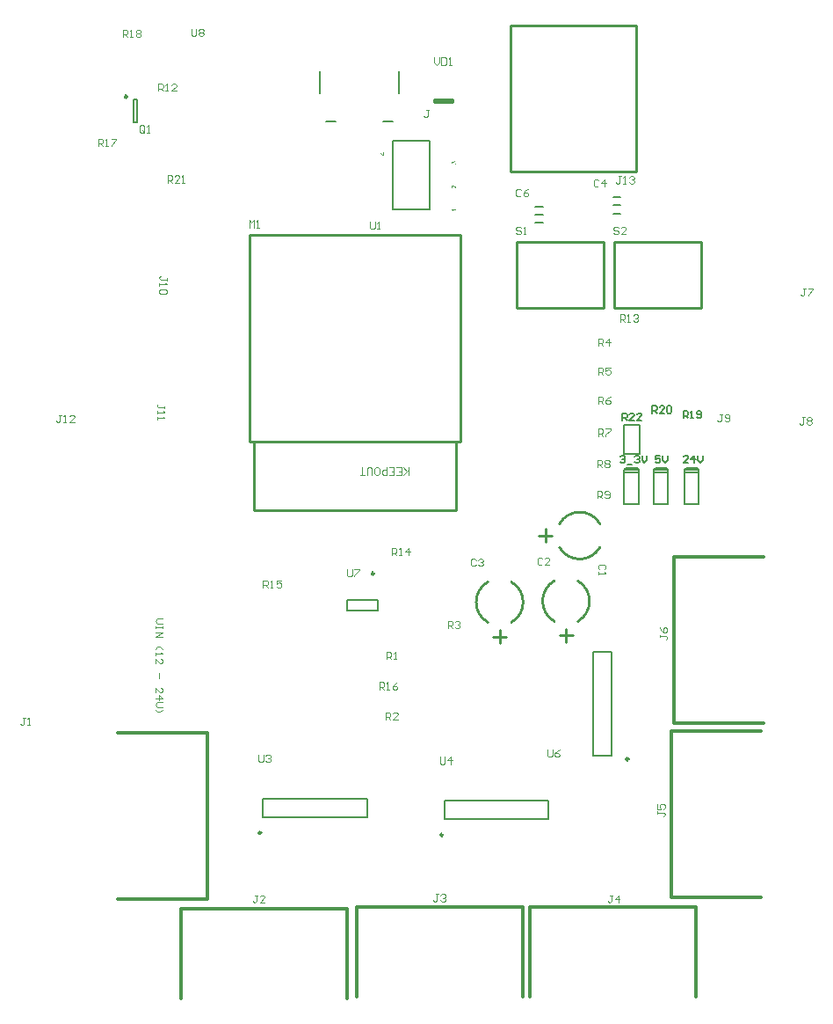
<source format=gto>
G04 Layer_Color=15132400*
%FSLAX24Y24*%
%MOIN*%
G70*
G01*
G75*
%ADD29C,0.0098*%
%ADD32C,0.0100*%
%ADD59C,0.0079*%
%ADD60C,0.0118*%
%ADD61C,0.0080*%
%ADD62C,0.0050*%
%ADD63C,0.0039*%
%ADD64C,0.0059*%
%ADD65C,0.0063*%
G36*
X25313Y43950D02*
X25315Y43950D01*
X25318Y43950D01*
X25320Y43949D01*
X25323Y43949D01*
X25329Y43947D01*
X25332Y43945D01*
X25335Y43944D01*
X25339Y43942D01*
X25342Y43939D01*
X25345Y43937D01*
X25348Y43934D01*
X25349Y43933D01*
X25349Y43933D01*
X25350Y43932D01*
X25351Y43931D01*
X25352Y43929D01*
X25354Y43927D01*
X25355Y43925D01*
X25356Y43922D01*
X25358Y43919D01*
X25359Y43916D01*
X25361Y43912D01*
X25362Y43909D01*
X25363Y43905D01*
X25364Y43900D01*
X25364Y43896D01*
X25364Y43891D01*
Y43891D01*
Y43890D01*
Y43889D01*
X25364Y43887D01*
X25364Y43885D01*
X25364Y43883D01*
X25363Y43880D01*
X25363Y43878D01*
X25361Y43871D01*
X25359Y43865D01*
X25357Y43862D01*
X25355Y43859D01*
X25353Y43856D01*
X25351Y43853D01*
X25350Y43852D01*
X25350Y43852D01*
X25349Y43851D01*
X25348Y43850D01*
X25347Y43849D01*
X25345Y43848D01*
X25343Y43846D01*
X25341Y43845D01*
X25338Y43843D01*
X25336Y43842D01*
X25330Y43839D01*
X25323Y43836D01*
X25319Y43836D01*
X25315Y43835D01*
X25312Y43857D01*
X25312D01*
X25313Y43857D01*
X25314Y43857D01*
X25315Y43858D01*
X25317Y43858D01*
X25318Y43858D01*
X25322Y43860D01*
X25327Y43861D01*
X25331Y43864D01*
X25335Y43866D01*
X25339Y43869D01*
X25339Y43870D01*
X25340Y43871D01*
X25341Y43873D01*
X25343Y43875D01*
X25344Y43879D01*
X25345Y43882D01*
X25346Y43887D01*
X25347Y43891D01*
Y43892D01*
Y43892D01*
Y43893D01*
X25346Y43894D01*
X25346Y43897D01*
X25345Y43900D01*
X25344Y43904D01*
X25342Y43909D01*
X25340Y43913D01*
X25336Y43917D01*
X25336Y43918D01*
X25334Y43919D01*
X25332Y43920D01*
X25329Y43922D01*
X25325Y43924D01*
X25321Y43926D01*
X25316Y43927D01*
X25310Y43928D01*
X25308D01*
X25307Y43928D01*
X25305Y43927D01*
X25301Y43926D01*
X25297Y43925D01*
X25293Y43924D01*
X25289Y43921D01*
X25285Y43918D01*
X25285Y43917D01*
X25284Y43916D01*
X25282Y43914D01*
X25280Y43911D01*
X25279Y43908D01*
X25277Y43903D01*
X25276Y43898D01*
X25275Y43893D01*
Y43893D01*
Y43892D01*
Y43891D01*
X25276Y43889D01*
X25276Y43887D01*
X25277Y43884D01*
X25277Y43881D01*
X25278Y43878D01*
X25259Y43880D01*
Y43881D01*
Y43882D01*
X25259Y43883D01*
Y43884D01*
Y43884D01*
Y43884D01*
Y43885D01*
Y43886D01*
X25258Y43889D01*
X25258Y43892D01*
X25257Y43896D01*
X25256Y43900D01*
X25254Y43904D01*
X25252Y43909D01*
Y43909D01*
X25252Y43909D01*
X25250Y43910D01*
X25249Y43912D01*
X25246Y43914D01*
X25243Y43916D01*
X25239Y43918D01*
X25235Y43919D01*
X25232Y43920D01*
X25228D01*
X25226Y43919D01*
X25223Y43919D01*
X25220Y43918D01*
X25216Y43917D01*
X25213Y43914D01*
X25210Y43912D01*
X25210Y43911D01*
X25209Y43910D01*
X25207Y43908D01*
X25206Y43906D01*
X25205Y43903D01*
X25203Y43899D01*
X25202Y43895D01*
X25202Y43891D01*
Y43891D01*
Y43890D01*
Y43889D01*
X25203Y43886D01*
X25203Y43883D01*
X25204Y43880D01*
X25205Y43877D01*
X25207Y43873D01*
X25210Y43870D01*
X25210Y43870D01*
X25211Y43869D01*
X25213Y43867D01*
X25216Y43865D01*
X25219Y43864D01*
X25223Y43862D01*
X25228Y43860D01*
X25234Y43859D01*
X25230Y43837D01*
X25230D01*
X25229Y43838D01*
X25228Y43838D01*
X25226Y43838D01*
X25224Y43839D01*
X25222Y43840D01*
X25218Y43841D01*
X25212Y43844D01*
X25206Y43847D01*
X25201Y43850D01*
X25196Y43855D01*
X25196Y43856D01*
X25196Y43856D01*
X25195Y43857D01*
X25194Y43858D01*
X25193Y43859D01*
X25192Y43861D01*
X25191Y43863D01*
X25190Y43865D01*
X25188Y43870D01*
X25186Y43876D01*
X25185Y43883D01*
X25184Y43886D01*
Y43890D01*
Y43891D01*
Y43891D01*
Y43892D01*
Y43893D01*
X25184Y43896D01*
X25185Y43899D01*
X25186Y43903D01*
X25187Y43908D01*
X25189Y43912D01*
X25191Y43917D01*
Y43917D01*
X25191Y43917D01*
X25192Y43919D01*
X25193Y43921D01*
X25195Y43924D01*
X25197Y43927D01*
X25200Y43930D01*
X25204Y43933D01*
X25207Y43935D01*
X25208Y43936D01*
X25209Y43936D01*
X25211Y43937D01*
X25214Y43939D01*
X25218Y43940D01*
X25221Y43941D01*
X25226Y43942D01*
X25230Y43942D01*
X25232D01*
X25234Y43942D01*
X25237Y43941D01*
X25240Y43941D01*
X25244Y43939D01*
X25247Y43938D01*
X25251Y43936D01*
X25252Y43935D01*
X25253Y43935D01*
X25254Y43933D01*
X25256Y43931D01*
X25259Y43929D01*
X25261Y43925D01*
X25264Y43922D01*
X25266Y43918D01*
Y43918D01*
X25266Y43918D01*
X25266Y43919D01*
X25267Y43920D01*
X25268Y43923D01*
X25269Y43926D01*
X25271Y43931D01*
X25274Y43935D01*
X25277Y43938D01*
X25281Y43942D01*
X25281Y43942D01*
X25283Y43943D01*
X25285Y43945D01*
X25289Y43946D01*
X25293Y43948D01*
X25298Y43949D01*
X25303Y43950D01*
X25309Y43951D01*
X25312D01*
X25313Y43950D01*
D02*
G37*
G36*
X22619Y44274D02*
X22661D01*
Y44252D01*
X22619D01*
Y44175D01*
X22599D01*
X22485Y44256D01*
Y44274D01*
X22599D01*
Y44298D01*
X22619D01*
Y44274D01*
D02*
G37*
G36*
X25365Y42917D02*
X25362D01*
X25360Y42918D01*
X25358Y42918D01*
X25355Y42918D01*
X25353Y42919D01*
X25350Y42920D01*
X25350D01*
X25350Y42920D01*
X25348Y42921D01*
X25346Y42922D01*
X25343Y42923D01*
X25339Y42925D01*
X25335Y42928D01*
X25331Y42931D01*
X25327Y42934D01*
X25326D01*
X25326Y42935D01*
X25325Y42936D01*
X25322Y42938D01*
X25319Y42942D01*
X25315Y42945D01*
X25311Y42950D01*
X25305Y42956D01*
X25300Y42962D01*
X25300Y42963D01*
X25299Y42964D01*
X25298Y42965D01*
X25296Y42967D01*
X25294Y42969D01*
X25292Y42972D01*
X25289Y42975D01*
X25287Y42978D01*
X25280Y42985D01*
X25274Y42991D01*
X25271Y42994D01*
X25268Y42997D01*
X25265Y42999D01*
X25263Y43001D01*
X25262D01*
X25262Y43002D01*
X25261Y43003D01*
X25260Y43003D01*
X25258Y43005D01*
X25254Y43007D01*
X25250Y43009D01*
X25246Y43010D01*
X25241Y43011D01*
X25236Y43012D01*
X25236D01*
X25234Y43012D01*
X25232Y43011D01*
X25229Y43011D01*
X25225Y43010D01*
X25222Y43008D01*
X25218Y43006D01*
X25215Y43003D01*
X25214Y43002D01*
X25213Y43001D01*
X25212Y42999D01*
X25210Y42996D01*
X25209Y42993D01*
X25207Y42988D01*
X25206Y42984D01*
X25206Y42978D01*
Y42978D01*
Y42978D01*
Y42977D01*
X25206Y42976D01*
X25206Y42973D01*
X25207Y42969D01*
X25208Y42965D01*
X25210Y42961D01*
X25212Y42957D01*
X25215Y42953D01*
X25216Y42953D01*
X25217Y42952D01*
X25219Y42950D01*
X25222Y42948D01*
X25226Y42947D01*
X25230Y42945D01*
X25235Y42944D01*
X25241Y42944D01*
X25239Y42921D01*
X25239D01*
X25238Y42922D01*
X25237D01*
X25235Y42922D01*
X25233Y42922D01*
X25230Y42923D01*
X25228Y42924D01*
X25225Y42924D01*
X25219Y42927D01*
X25213Y42930D01*
X25210Y42931D01*
X25207Y42934D01*
X25204Y42936D01*
X25201Y42939D01*
X25201Y42939D01*
X25201Y42939D01*
X25200Y42940D01*
X25199Y42941D01*
X25198Y42943D01*
X25197Y42945D01*
X25196Y42947D01*
X25195Y42949D01*
X25193Y42952D01*
X25192Y42955D01*
X25191Y42958D01*
X25190Y42962D01*
X25189Y42966D01*
X25188Y42970D01*
X25188Y42974D01*
X25188Y42979D01*
Y42979D01*
Y42980D01*
Y42981D01*
X25188Y42983D01*
X25188Y42985D01*
X25189Y42988D01*
X25189Y42991D01*
X25190Y42993D01*
X25191Y43000D01*
X25194Y43007D01*
X25196Y43010D01*
X25197Y43013D01*
X25200Y43016D01*
X25202Y43019D01*
X25202Y43019D01*
X25203Y43020D01*
X25204Y43020D01*
X25205Y43021D01*
X25206Y43023D01*
X25208Y43024D01*
X25210Y43025D01*
X25212Y43027D01*
X25217Y43029D01*
X25223Y43032D01*
X25226Y43033D01*
X25229Y43033D01*
X25233Y43034D01*
X25237Y43034D01*
X25239D01*
X25241Y43034D01*
X25243Y43034D01*
X25247Y43033D01*
X25250Y43032D01*
X25254Y43031D01*
X25258Y43030D01*
X25258Y43029D01*
X25260Y43029D01*
X25262Y43028D01*
X25264Y43026D01*
X25267Y43024D01*
X25271Y43022D01*
X25275Y43019D01*
X25279Y43015D01*
X25280Y43014D01*
X25281Y43013D01*
X25283Y43012D01*
X25284Y43011D01*
X25286Y43009D01*
X25288Y43007D01*
X25290Y43005D01*
X25292Y43003D01*
X25294Y43000D01*
X25297Y42997D01*
X25300Y42994D01*
X25303Y42990D01*
X25307Y42986D01*
X25310Y42982D01*
X25311Y42982D01*
X25311Y42981D01*
X25312Y42980D01*
X25313Y42979D01*
X25314Y42977D01*
X25316Y42975D01*
X25319Y42971D01*
X25323Y42967D01*
X25327Y42963D01*
X25330Y42959D01*
X25331Y42958D01*
X25333Y42957D01*
X25333Y42956D01*
X25334Y42956D01*
X25335Y42955D01*
X25336Y42953D01*
X25338Y42952D01*
X25340Y42950D01*
X25344Y42947D01*
Y43034D01*
X25365D01*
Y42917D01*
D02*
G37*
G36*
X25361Y42109D02*
X25223D01*
X25224Y42109D01*
X25225Y42108D01*
X25226Y42106D01*
X25228Y42104D01*
X25230Y42101D01*
X25233Y42097D01*
X25236Y42093D01*
X25239Y42089D01*
Y42088D01*
X25239Y42088D01*
X25240Y42087D01*
X25241Y42084D01*
X25243Y42081D01*
X25244Y42077D01*
X25246Y42074D01*
X25248Y42070D01*
X25249Y42066D01*
X25229D01*
Y42066D01*
X25228Y42067D01*
X25228Y42068D01*
X25227Y42069D01*
X25226Y42070D01*
X25225Y42072D01*
X25223Y42077D01*
X25220Y42082D01*
X25216Y42087D01*
X25212Y42092D01*
X25208Y42098D01*
X25208Y42098D01*
X25207Y42098D01*
X25207Y42099D01*
X25206Y42100D01*
X25203Y42102D01*
X25200Y42105D01*
X25197Y42108D01*
X25193Y42112D01*
X25189Y42114D01*
X25184Y42117D01*
Y42131D01*
X25361D01*
Y42109D01*
D02*
G37*
%LPC*%
G36*
X22599Y44252D02*
X22520D01*
X22599Y44196D01*
Y44252D01*
D02*
G37*
%LPD*%
D29*
X12876Y46398D02*
G03*
X12876Y46398I-49J0D01*
G01*
X31900Y21301D02*
G03*
X31900Y21301I-49J0D01*
G01*
X22244Y28327D02*
G03*
X22244Y28327I-49J0D01*
G01*
X17965Y18504D02*
G03*
X17965Y18504I-49J0D01*
G01*
X24854Y18425D02*
G03*
X24854Y18425I-49J0D01*
G01*
D32*
X30809Y30215D02*
G03*
X29275Y30215I-767J-443D01*
G01*
X29272Y29321D02*
G03*
X30807Y29321I767J443D01*
G01*
X29077Y28053D02*
G03*
X29077Y26519I443J-767D01*
G01*
X29970Y26516D02*
G03*
X29970Y28051I-443J767D01*
G01*
X26557Y28014D02*
G03*
X26557Y26479I443J-767D01*
G01*
X27451Y26477D02*
G03*
X27451Y28011I-443J767D01*
G01*
X28489Y29764D02*
X28989D01*
X28739Y29514D02*
Y30014D01*
X27425Y43549D02*
X32185D01*
X27425Y49081D02*
X32185D01*
X27425Y43549D02*
Y49081D01*
X32185Y43549D02*
Y49081D01*
X29528Y25733D02*
Y26233D01*
X29278Y25983D02*
X29778D01*
X27008Y25694D02*
Y26194D01*
X26758Y25944D02*
X27258D01*
X17519Y33322D02*
X17659D01*
X25366D02*
X25506D01*
X25356Y30733D02*
Y33332D01*
X17669D02*
X25356D01*
X25506Y33322D02*
Y41156D01*
X17519Y33322D02*
Y41156D01*
X25506D01*
X23771Y30733D02*
X25356D01*
X17669D02*
Y33332D01*
Y30733D02*
X23771D01*
X27641Y40896D02*
X30941D01*
X27641Y38403D02*
X30941D01*
X27641D02*
Y40896D01*
X30941Y38403D02*
Y40896D01*
X31342D02*
X34642D01*
X31342Y38403D02*
X34642D01*
X31342D02*
Y40896D01*
X34642Y38403D02*
Y40896D01*
X24532Y46196D02*
X25232D01*
Y46296D01*
X24532D02*
X25232D01*
X24532Y46196D02*
Y46296D01*
D59*
X13264Y45433D02*
Y46299D01*
X13114Y45433D02*
Y46299D01*
Y45433D02*
X13264D01*
X13114Y46299D02*
X13264D01*
X30551Y25354D02*
X31260D01*
X30551Y21417D02*
X31260D01*
X30551D02*
Y25354D01*
X31260Y21417D02*
Y25354D01*
X21230Y26929D02*
Y27323D01*
X22392Y26929D02*
Y27323D01*
X21230Y26929D02*
X22392D01*
X21230Y27323D02*
X22392D01*
X31319Y42283D02*
X31594D01*
X31319Y41968D02*
X31594D01*
X31319Y42598D02*
X31594D01*
X28366Y41929D02*
X28642D01*
X28366Y41614D02*
X28642D01*
X28366Y42244D02*
X28642D01*
X21969Y19094D02*
Y19803D01*
X18032Y19094D02*
Y19803D01*
X21969D01*
X18032Y19094D02*
X21969D01*
X28858Y19016D02*
Y19724D01*
X24921Y19016D02*
Y19724D01*
X28858D01*
X24921Y19016D02*
X28858D01*
X33386Y30975D02*
Y31950D01*
X32835Y30975D02*
X33386D01*
X32835D02*
Y32000D01*
Y32249D01*
Y32175D02*
X33386D01*
Y31950D02*
Y32249D01*
X33310Y32325D02*
X33386Y32249D01*
X32835D02*
X32910Y32325D01*
X33310D01*
X33385Y32250D01*
X32835D02*
X33385D01*
X32283Y30975D02*
Y31950D01*
X31732Y30975D02*
X32283D01*
X31732D02*
Y32000D01*
Y32249D01*
Y32175D02*
X32283D01*
Y31950D02*
Y32249D01*
X32208Y32325D02*
X32283Y32249D01*
X31732D02*
X31808Y32325D01*
X32208D01*
X32283Y32250D01*
X31733D02*
X32283D01*
X34567Y30975D02*
Y31950D01*
X34016Y30975D02*
X34567D01*
X34016D02*
Y32000D01*
Y32249D01*
Y32175D02*
X34567D01*
Y31950D02*
Y32249D01*
X34491Y32325D02*
X34567Y32249D01*
X34016D02*
X34091Y32325D01*
X34491D01*
X34566Y32250D01*
X34016D02*
X34566D01*
D60*
X33612Y22677D02*
Y28976D01*
X37008D01*
X36811Y22677D02*
X37008D01*
X33612D02*
X36811D01*
X28150Y15679D02*
X34449D01*
Y12283D02*
Y15679D01*
X28150Y12283D02*
Y12480D01*
Y15679D01*
X21575D02*
X27874D01*
Y12283D02*
Y15679D01*
X21575Y12283D02*
Y12480D01*
Y15679D01*
X14921Y15640D02*
X21220D01*
Y12244D02*
Y15640D01*
X14921Y12244D02*
Y12441D01*
Y15640D01*
X33533Y16063D02*
Y22362D01*
X36929D01*
X36732Y16063D02*
X36929D01*
X33533D02*
X36732D01*
X15915Y15984D02*
Y22283D01*
X12520Y15984D02*
X15915D01*
X12520Y22283D02*
X12717D01*
X15915D01*
D61*
X23189Y46535D02*
Y47362D01*
X22598Y45472D02*
X22953D01*
X20433D02*
X20787D01*
X20197Y46535D02*
Y47362D01*
X22961Y42135D02*
Y44715D01*
Y42135D02*
X24361D01*
Y44715D01*
X22961D02*
X24361D01*
D62*
X31708Y33975D02*
X32308D01*
X31708Y32875D02*
Y33975D01*
Y32875D02*
X32308D01*
Y33975D01*
D63*
X12705Y48657D02*
Y48933D01*
X12843D01*
X12889Y48887D01*
Y48795D01*
X12843Y48749D01*
X12705D01*
X12797D02*
X12889Y48657D01*
X12981D02*
X13073D01*
X13027D01*
Y48933D01*
X12981Y48887D01*
X13210D02*
X13256Y48933D01*
X13348D01*
X13394Y48887D01*
Y48841D01*
X13348Y48795D01*
X13394Y48749D01*
Y48703D01*
X13348Y48657D01*
X13256D01*
X13210Y48703D01*
Y48749D01*
X13256Y48795D01*
X13210Y48841D01*
Y48887D01*
X13256Y48795D02*
X13348D01*
X11772Y44528D02*
Y44803D01*
X11909D01*
X11955Y44757D01*
Y44665D01*
X11909Y44619D01*
X11772D01*
X11863D02*
X11955Y44528D01*
X12047D02*
X12139D01*
X12093D01*
Y44803D01*
X12047Y44757D01*
X12277Y44803D02*
X12460D01*
Y44757D01*
X12277Y44573D01*
Y44528D01*
X18032Y27795D02*
Y28071D01*
X18169D01*
X18215Y28025D01*
Y27933D01*
X18169Y27887D01*
X18032D01*
X18123D02*
X18215Y27795D01*
X18307D02*
X18399D01*
X18353D01*
Y28071D01*
X18307Y28025D01*
X18720Y28071D02*
X18537D01*
Y27933D01*
X18628Y27979D01*
X18674D01*
X18720Y27933D01*
Y27841D01*
X18674Y27795D01*
X18583D01*
X18537Y27841D01*
X14055Y46614D02*
Y46890D01*
X14193D01*
X14239Y46844D01*
Y46752D01*
X14193Y46706D01*
X14055D01*
X14147D02*
X14239Y46614D01*
X14331D02*
X14422D01*
X14377D01*
Y46890D01*
X14331Y46844D01*
X14744Y46614D02*
X14560D01*
X14744Y46798D01*
Y46844D01*
X14698Y46890D01*
X14606D01*
X14560Y46844D01*
X13530Y45085D02*
Y45269D01*
X13484Y45315D01*
X13392D01*
X13346Y45269D01*
Y45085D01*
X13392Y45039D01*
X13484D01*
X13438Y45131D02*
X13530Y45039D01*
X13484D02*
X13530Y45085D01*
X13622Y45039D02*
X13714D01*
X13668D01*
Y45315D01*
X13622Y45269D01*
X14213Y26614D02*
X14029D01*
X13937Y26522D01*
X14029Y26430D01*
X14213D01*
Y26339D02*
Y26247D01*
Y26293D01*
X13937D01*
Y26339D01*
Y26247D01*
Y26109D02*
X14213D01*
X13937Y25925D01*
X14213D01*
X13937Y25466D02*
X14029Y25558D01*
X14121D01*
X14213Y25466D01*
X13937Y25329D02*
Y25237D01*
Y25283D01*
X14213D01*
X14167Y25329D01*
X13937Y24915D02*
Y25099D01*
X14121Y24915D01*
X14167D01*
X14213Y24961D01*
Y25053D01*
X14167Y25099D01*
X14075Y24548D02*
Y24364D01*
X13937Y23813D02*
Y23997D01*
X14121Y23813D01*
X14167D01*
X14213Y23859D01*
Y23951D01*
X14167Y23997D01*
X13937Y23584D02*
X14213D01*
X14075Y23721D01*
Y23538D01*
X14213Y23446D02*
X14029D01*
X13937Y23354D01*
X14029Y23262D01*
X14213D01*
X13937Y23170D02*
X14029Y23079D01*
X14121D01*
X14213Y23170D01*
X30978Y28478D02*
X31024Y28524D01*
Y28616D01*
X30978Y28661D01*
X30794D01*
X30748Y28616D01*
Y28524D01*
X30794Y28478D01*
X30748Y28386D02*
Y28294D01*
Y28340D01*
X31024D01*
X30978Y28386D01*
X28621Y28883D02*
X28575Y28929D01*
X28483D01*
X28438Y28883D01*
Y28699D01*
X28483Y28653D01*
X28575D01*
X28621Y28699D01*
X28897Y28653D02*
X28713D01*
X28897Y28837D01*
Y28883D01*
X28851Y28929D01*
X28759D01*
X28713Y28883D01*
X26102Y28844D02*
X26056Y28890D01*
X25964D01*
X25918Y28844D01*
Y28660D01*
X25964Y28614D01*
X26056D01*
X26102Y28660D01*
X26193Y28844D02*
X26239Y28890D01*
X26331D01*
X26377Y28844D01*
Y28798D01*
X26331Y28752D01*
X26285D01*
X26331D01*
X26377Y28706D01*
Y28660D01*
X26331Y28614D01*
X26239D01*
X26193Y28660D01*
X30764Y43220D02*
X30718Y43266D01*
X30626D01*
X30580Y43220D01*
Y43036D01*
X30626Y42990D01*
X30718D01*
X30764Y43036D01*
X30993Y42990D02*
Y43266D01*
X30856Y43128D01*
X31039D01*
X27814Y42860D02*
X27768Y42906D01*
X27676D01*
X27630Y42860D01*
Y42676D01*
X27676Y42630D01*
X27768D01*
X27814Y42676D01*
X28089Y42906D02*
X27997Y42860D01*
X27905Y42768D01*
Y42676D01*
X27951Y42630D01*
X28043D01*
X28089Y42676D01*
Y42722D01*
X28043Y42768D01*
X27905D01*
X9007Y22859D02*
X8915D01*
X8961D01*
Y22630D01*
X8915Y22584D01*
X8869D01*
X8823Y22630D01*
X9099Y22584D02*
X9191D01*
X9145D01*
Y22859D01*
X9099Y22813D01*
X17821Y16142D02*
X17730D01*
X17776D01*
Y15912D01*
X17730Y15866D01*
X17684D01*
X17638Y15912D01*
X18097Y15866D02*
X17913D01*
X18097Y16050D01*
Y16096D01*
X18051Y16142D01*
X17959D01*
X17913Y16096D01*
X24672Y16181D02*
X24580D01*
X24626D01*
Y15951D01*
X24580Y15906D01*
X24534D01*
X24488Y15951D01*
X24764Y16135D02*
X24810Y16181D01*
X24901D01*
X24947Y16135D01*
Y16089D01*
X24901Y16043D01*
X24856D01*
X24901D01*
X24947Y15997D01*
Y15951D01*
X24901Y15906D01*
X24810D01*
X24764Y15951D01*
X31286Y16142D02*
X31194D01*
X31240D01*
Y15912D01*
X31194Y15866D01*
X31148D01*
X31102Y15912D01*
X31516Y15866D02*
Y16142D01*
X31378Y16004D01*
X31562D01*
X32992Y19318D02*
Y19226D01*
Y19272D01*
X33222D01*
X33268Y19226D01*
Y19180D01*
X33222Y19134D01*
X32992Y19593D02*
Y19409D01*
X33130D01*
X33084Y19501D01*
Y19547D01*
X33130Y19593D01*
X33222D01*
X33268Y19547D01*
Y19455D01*
X33222Y19409D01*
X33071Y26010D02*
Y25919D01*
Y25965D01*
X33301D01*
X33346Y25919D01*
Y25873D01*
X33301Y25827D01*
X33071Y26286D02*
X33117Y26194D01*
X33209Y26102D01*
X33301D01*
X33346Y26148D01*
Y26240D01*
X33301Y26286D01*
X33255D01*
X33209Y26240D01*
Y26102D01*
X38609Y39134D02*
X38517D01*
X38563D01*
Y38904D01*
X38517Y38858D01*
X38471D01*
X38425Y38904D01*
X38701Y39134D02*
X38884D01*
Y39088D01*
X38701Y38904D01*
Y38858D01*
X38570Y34252D02*
X38478D01*
X38524D01*
Y34022D01*
X38478Y33976D01*
X38432D01*
X38386Y34022D01*
X38661Y34206D02*
X38707Y34252D01*
X38799D01*
X38845Y34206D01*
Y34160D01*
X38799Y34114D01*
X38845Y34068D01*
Y34022D01*
X38799Y33976D01*
X38707D01*
X38661Y34022D01*
Y34068D01*
X38707Y34114D01*
X38661Y34160D01*
Y34206D01*
X38707Y34114D02*
X38799D01*
X35451Y34370D02*
X35359D01*
X35405D01*
Y34141D01*
X35359Y34095D01*
X35313D01*
X35267Y34141D01*
X35543D02*
X35589Y34095D01*
X35681D01*
X35727Y34141D01*
Y34325D01*
X35681Y34370D01*
X35589D01*
X35543Y34325D01*
Y34279D01*
X35589Y34233D01*
X35727D01*
X14370Y39423D02*
Y39514D01*
Y39469D01*
X14140D01*
X14094Y39514D01*
Y39560D01*
X14140Y39606D01*
X14094Y39331D02*
Y39239D01*
Y39285D01*
X14370D01*
X14324Y39331D01*
Y39101D02*
X14370Y39055D01*
Y38963D01*
X14324Y38918D01*
X14140D01*
X14094Y38963D01*
Y39055D01*
X14140Y39101D01*
X14324D01*
X14291Y34580D02*
Y34672D01*
Y34626D01*
X14062D01*
X14016Y34672D01*
Y34718D01*
X14062Y34764D01*
X14016Y34488D02*
Y34396D01*
Y34442D01*
X14291D01*
X14245Y34488D01*
X14016Y34259D02*
Y34167D01*
Y34213D01*
X14291D01*
X14245Y34259D01*
X10368Y34344D02*
X10276D01*
X10322D01*
Y34115D01*
X10276Y34069D01*
X10230D01*
X10184Y34115D01*
X10460Y34069D02*
X10552D01*
X10506D01*
Y34344D01*
X10460Y34298D01*
X10873Y34069D02*
X10689D01*
X10873Y34252D01*
Y34298D01*
X10827Y34344D01*
X10735D01*
X10689Y34298D01*
X31601Y43386D02*
X31509D01*
X31555D01*
Y43156D01*
X31509Y43110D01*
X31463D01*
X31417Y43156D01*
X31693Y43110D02*
X31785D01*
X31739D01*
Y43386D01*
X31693Y43340D01*
X31922D02*
X31968Y43386D01*
X32060D01*
X32106Y43340D01*
Y43294D01*
X32060Y43248D01*
X32014D01*
X32060D01*
X32106Y43202D01*
Y43156D01*
X32060Y43110D01*
X31968D01*
X31922Y43156D01*
X24318Y45905D02*
X24226D01*
X24272D01*
Y45676D01*
X24226Y45630D01*
X24180D01*
X24134Y45676D01*
X17504Y41442D02*
Y41717D01*
X17596Y41626D01*
X17688Y41717D01*
Y41442D01*
X17779D02*
X17871D01*
X17825D01*
Y41717D01*
X17779Y41671D01*
X22717Y25079D02*
Y25354D01*
X22854D01*
X22900Y25308D01*
Y25216D01*
X22854Y25171D01*
X22717D01*
X22808D02*
X22900Y25079D01*
X22992D02*
X23084D01*
X23038D01*
Y25354D01*
X22992Y25308D01*
X22677Y22795D02*
Y23071D01*
X22815D01*
X22861Y23025D01*
Y22933D01*
X22815Y22887D01*
X22677D01*
X22769D02*
X22861Y22795D01*
X23136D02*
X22953D01*
X23136Y22979D01*
Y23025D01*
X23090Y23071D01*
X22999D01*
X22953Y23025D01*
X25039Y26260D02*
Y26535D01*
X25177D01*
X25223Y26489D01*
Y26398D01*
X25177Y26352D01*
X25039D01*
X25131D02*
X25223Y26260D01*
X25315Y26489D02*
X25361Y26535D01*
X25453D01*
X25499Y26489D01*
Y26444D01*
X25453Y26398D01*
X25407D01*
X25453D01*
X25499Y26352D01*
Y26306D01*
X25453Y26260D01*
X25361D01*
X25315Y26306D01*
X30748Y36969D02*
Y37244D01*
X30886D01*
X30932Y37198D01*
Y37106D01*
X30886Y37060D01*
X30748D01*
X30840D02*
X30932Y36969D01*
X31161D02*
Y37244D01*
X31024Y37106D01*
X31207D01*
X30748Y35866D02*
Y36142D01*
X30886D01*
X30932Y36096D01*
Y36004D01*
X30886Y35958D01*
X30748D01*
X30840D02*
X30932Y35866D01*
X31207Y36142D02*
X31024D01*
Y36004D01*
X31115Y36050D01*
X31161D01*
X31207Y36004D01*
Y35912D01*
X31161Y35866D01*
X31069D01*
X31024Y35912D01*
X30748Y34764D02*
Y35039D01*
X30886D01*
X30932Y34993D01*
Y34902D01*
X30886Y34856D01*
X30748D01*
X30840D02*
X30932Y34764D01*
X31207Y35039D02*
X31115Y34993D01*
X31024Y34902D01*
Y34810D01*
X31069Y34764D01*
X31161D01*
X31207Y34810D01*
Y34856D01*
X31161Y34902D01*
X31024D01*
X30748Y33543D02*
Y33819D01*
X30886D01*
X30932Y33773D01*
Y33681D01*
X30886Y33635D01*
X30748D01*
X30840D02*
X30932Y33543D01*
X31024Y33819D02*
X31207D01*
Y33773D01*
X31024Y33589D01*
Y33543D01*
X30709Y32362D02*
Y32638D01*
X30846D01*
X30892Y32592D01*
Y32500D01*
X30846Y32454D01*
X30709D01*
X30800D02*
X30892Y32362D01*
X30984Y32592D02*
X31030Y32638D01*
X31122D01*
X31168Y32592D01*
Y32546D01*
X31122Y32500D01*
X31168Y32454D01*
Y32408D01*
X31122Y32362D01*
X31030D01*
X30984Y32408D01*
Y32454D01*
X31030Y32500D01*
X30984Y32546D01*
Y32592D01*
X31030Y32500D02*
X31122D01*
X30709Y31181D02*
Y31457D01*
X30846D01*
X30892Y31411D01*
Y31319D01*
X30846Y31273D01*
X30709D01*
X30800D02*
X30892Y31181D01*
X30984Y31227D02*
X31030Y31181D01*
X31122D01*
X31168Y31227D01*
Y31411D01*
X31122Y31457D01*
X31030D01*
X30984Y31411D01*
Y31365D01*
X31030Y31319D01*
X31168D01*
X31568Y37872D02*
Y38147D01*
X31706D01*
X31752Y38102D01*
Y38010D01*
X31706Y37964D01*
X31568D01*
X31660D02*
X31752Y37872D01*
X31844D02*
X31936D01*
X31890D01*
Y38147D01*
X31844Y38102D01*
X32073D02*
X32119Y38147D01*
X32211D01*
X32257Y38102D01*
Y38056D01*
X32211Y38010D01*
X32165D01*
X32211D01*
X32257Y37964D01*
Y37918D01*
X32211Y37872D01*
X32119D01*
X32073Y37918D01*
X22913Y29016D02*
Y29291D01*
X23051D01*
X23097Y29245D01*
Y29153D01*
X23051Y29108D01*
X22913D01*
X23005D02*
X23097Y29016D01*
X23189D02*
X23281D01*
X23235D01*
Y29291D01*
X23189Y29245D01*
X23556Y29016D02*
Y29291D01*
X23418Y29153D01*
X23602D01*
X22441Y23937D02*
Y24213D01*
X22579D01*
X22625Y24167D01*
Y24075D01*
X22579Y24029D01*
X22441D01*
X22533D02*
X22625Y23937D01*
X22716D02*
X22808D01*
X22762D01*
Y24213D01*
X22716Y24167D01*
X23130Y24213D02*
X23038Y24167D01*
X22946Y24075D01*
Y23983D01*
X22992Y23937D01*
X23084D01*
X23130Y23983D01*
Y24029D01*
X23084Y24075D01*
X22946D01*
X14401Y43144D02*
Y43419D01*
X14539D01*
X14585Y43373D01*
Y43282D01*
X14539Y43236D01*
X14401D01*
X14493D02*
X14585Y43144D01*
X14860D02*
X14677D01*
X14860Y43327D01*
Y43373D01*
X14815Y43419D01*
X14723D01*
X14677Y43373D01*
X14952Y43144D02*
X15044D01*
X14998D01*
Y43419D01*
X14952Y43373D01*
X27815Y41415D02*
X27769Y41461D01*
X27677D01*
X27631Y41415D01*
Y41369D01*
X27677Y41323D01*
X27769D01*
X27815Y41277D01*
Y41232D01*
X27769Y41186D01*
X27677D01*
X27631Y41232D01*
X27907Y41186D02*
X27999D01*
X27953D01*
Y41461D01*
X27907Y41415D01*
X31516D02*
X31470Y41461D01*
X31378D01*
X31332Y41415D01*
Y41369D01*
X31378Y41323D01*
X31470D01*
X31516Y41277D01*
Y41232D01*
X31470Y41186D01*
X31378D01*
X31332Y41232D01*
X31791Y41186D02*
X31608D01*
X31791Y41369D01*
Y41415D01*
X31745Y41461D01*
X31654D01*
X31608Y41415D01*
X22087Y41653D02*
Y41424D01*
X22133Y41378D01*
X22224D01*
X22270Y41424D01*
Y41653D01*
X22362Y41378D02*
X22454D01*
X22408D01*
Y41653D01*
X22362Y41608D01*
X17856Y21463D02*
Y21233D01*
X17902Y21188D01*
X17994D01*
X18039Y21233D01*
Y21463D01*
X18131Y21417D02*
X18177Y21463D01*
X18269D01*
X18315Y21417D01*
Y21371D01*
X18269Y21325D01*
X18223D01*
X18269D01*
X18315Y21279D01*
Y21233D01*
X18269Y21188D01*
X18177D01*
X18131Y21233D01*
X24746Y21383D02*
Y21154D01*
X24792Y21108D01*
X24884D01*
X24930Y21154D01*
Y21383D01*
X25159Y21108D02*
Y21383D01*
X25022Y21246D01*
X25205D01*
X28819Y21653D02*
Y21424D01*
X28865Y21378D01*
X28957D01*
X29003Y21424D01*
Y21653D01*
X29278D02*
X29186Y21608D01*
X29094Y21516D01*
Y21424D01*
X29140Y21378D01*
X29232D01*
X29278Y21424D01*
Y21470D01*
X29232Y21516D01*
X29094D01*
X21220Y28504D02*
Y28274D01*
X21266Y28228D01*
X21358D01*
X21404Y28274D01*
Y28504D01*
X21496D02*
X21680D01*
Y28458D01*
X21496Y28274D01*
Y28228D01*
X24525Y47879D02*
Y47696D01*
X24617Y47604D01*
X24708Y47696D01*
Y47879D01*
X24800D02*
Y47604D01*
X24938D01*
X24984Y47650D01*
Y47833D01*
X24938Y47879D01*
X24800D01*
X25076Y47604D02*
X25168D01*
X25122D01*
Y47879D01*
X25076Y47833D01*
X15315Y48976D02*
Y48747D01*
X15361Y48701D01*
X15453D01*
X15499Y48747D01*
Y48976D01*
X15590Y48930D02*
X15636Y48976D01*
X15728D01*
X15774Y48930D01*
Y48884D01*
X15728Y48839D01*
X15774Y48793D01*
Y48747D01*
X15728Y48701D01*
X15636D01*
X15590Y48747D01*
Y48793D01*
X15636Y48839D01*
X15590Y48884D01*
Y48930D01*
X15636Y48839D02*
X15728D01*
X23545Y32072D02*
Y32347D01*
Y32255D01*
X23361Y32072D01*
X23499Y32209D01*
X23361Y32347D01*
X23086Y32072D02*
X23269D01*
Y32347D01*
X23086D01*
X23269Y32209D02*
X23178D01*
X22810Y32072D02*
X22994D01*
Y32347D01*
X22810D01*
X22994Y32209D02*
X22902D01*
X22718Y32347D02*
Y32072D01*
X22581D01*
X22535Y32118D01*
Y32209D01*
X22581Y32255D01*
X22718D01*
X22305Y32072D02*
X22397D01*
X22443Y32118D01*
Y32301D01*
X22397Y32347D01*
X22305D01*
X22259Y32301D01*
Y32118D01*
X22305Y32072D01*
X22167D02*
Y32301D01*
X22121Y32347D01*
X22030D01*
X21984Y32301D01*
Y32072D01*
X21892D02*
X21708D01*
X21800D01*
Y32347D01*
D64*
X31575Y32749D02*
X31621Y32795D01*
X31713D01*
X31758Y32749D01*
Y32703D01*
X31713Y32657D01*
X31667D01*
X31713D01*
X31758Y32612D01*
Y32566D01*
X31713Y32520D01*
X31621D01*
X31575Y32566D01*
X31850Y32474D02*
X32034D01*
X32126Y32749D02*
X32172Y32795D01*
X32264D01*
X32309Y32749D01*
Y32703D01*
X32264Y32657D01*
X32218D01*
X32264D01*
X32309Y32612D01*
Y32566D01*
X32264Y32520D01*
X32172D01*
X32126Y32566D01*
X32401Y32795D02*
Y32612D01*
X32493Y32520D01*
X32585Y32612D01*
Y32795D01*
X34160Y32520D02*
X33976D01*
X34160Y32703D01*
Y32749D01*
X34114Y32795D01*
X34022D01*
X33976Y32749D01*
X34390Y32520D02*
Y32795D01*
X34252Y32657D01*
X34436D01*
X34527Y32795D02*
Y32612D01*
X34619Y32520D01*
X34711Y32612D01*
Y32795D01*
X33976Y34213D02*
Y34488D01*
X34114D01*
X34160Y34442D01*
Y34350D01*
X34114Y34304D01*
X33976D01*
X34068D02*
X34160Y34213D01*
X34252D02*
X34344D01*
X34298D01*
Y34488D01*
X34252Y34442D01*
X34481Y34259D02*
X34527Y34213D01*
X34619D01*
X34665Y34259D01*
Y34442D01*
X34619Y34488D01*
X34527D01*
X34481Y34442D01*
Y34396D01*
X34527Y34350D01*
X34665D01*
X32795Y34409D02*
Y34685D01*
X32933D01*
X32979Y34639D01*
Y34547D01*
X32933Y34501D01*
X32795D01*
X32887D02*
X32979Y34409D01*
X33254D02*
X33071D01*
X33254Y34593D01*
Y34639D01*
X33209Y34685D01*
X33117D01*
X33071Y34639D01*
X33346D02*
X33392Y34685D01*
X33484D01*
X33530Y34639D01*
Y34455D01*
X33484Y34409D01*
X33392D01*
X33346Y34455D01*
Y34639D01*
X31654Y34134D02*
Y34409D01*
X31791D01*
X31837Y34363D01*
Y34272D01*
X31791Y34226D01*
X31654D01*
X31745D02*
X31837Y34134D01*
X32113D02*
X31929D01*
X32113Y34318D01*
Y34363D01*
X32067Y34409D01*
X31975D01*
X31929Y34363D01*
X32388Y34134D02*
X32205D01*
X32388Y34318D01*
Y34363D01*
X32342Y34409D01*
X32250D01*
X32205Y34363D01*
D65*
X33097Y32795D02*
X32913D01*
Y32657D01*
X33005Y32703D01*
X33051D01*
X33097Y32657D01*
Y32566D01*
X33051Y32520D01*
X32959D01*
X32913Y32566D01*
X33189Y32795D02*
Y32612D01*
X33281Y32520D01*
X33373Y32612D01*
Y32795D01*
M02*

</source>
